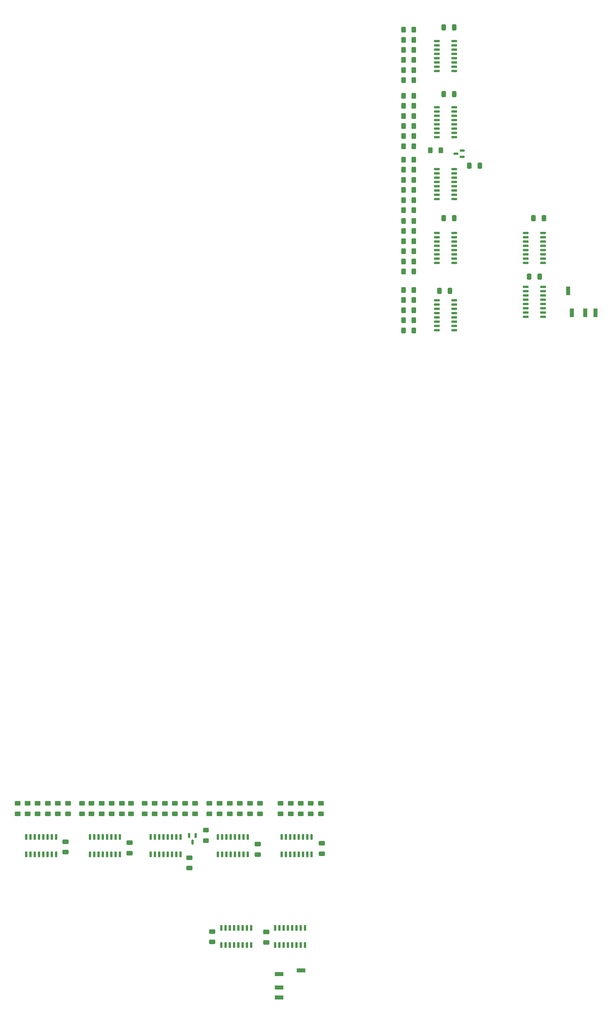
<source format=gtp>
G04 #@! TF.GenerationSoftware,KiCad,Pcbnew,(6.0.10)*
G04 #@! TF.CreationDate,2023-02-21T21:24:37+01:00*
G04 #@! TF.ProjectId,kicad,6b696361-642e-46b6-9963-61645f706362,rev?*
G04 #@! TF.SameCoordinates,Original*
G04 #@! TF.FileFunction,Paste,Top*
G04 #@! TF.FilePolarity,Positive*
%FSLAX46Y46*%
G04 Gerber Fmt 4.6, Leading zero omitted, Abs format (unit mm)*
G04 Created by KiCad (PCBNEW (6.0.10)) date 2023-02-21 21:24:37*
%MOMM*%
%LPD*%
G01*
G04 APERTURE LIST*
G04 Aperture macros list*
%AMRoundRect*
0 Rectangle with rounded corners*
0 $1 Rounding radius*
0 $2 $3 $4 $5 $6 $7 $8 $9 X,Y pos of 4 corners*
0 Add a 4 corners polygon primitive as box body*
4,1,4,$2,$3,$4,$5,$6,$7,$8,$9,$2,$3,0*
0 Add four circle primitives for the rounded corners*
1,1,$1+$1,$2,$3*
1,1,$1+$1,$4,$5*
1,1,$1+$1,$6,$7*
1,1,$1+$1,$8,$9*
0 Add four rect primitives between the rounded corners*
20,1,$1+$1,$2,$3,$4,$5,0*
20,1,$1+$1,$4,$5,$6,$7,0*
20,1,$1+$1,$6,$7,$8,$9,0*
20,1,$1+$1,$8,$9,$2,$3,0*%
G04 Aperture macros list end*
%ADD10R,2.500000X1.200000*%
%ADD11RoundRect,0.250000X-0.625000X0.400000X-0.625000X-0.400000X0.625000X-0.400000X0.625000X0.400000X0*%
%ADD12RoundRect,0.250000X-0.400000X-0.625000X0.400000X-0.625000X0.400000X0.625000X-0.400000X0.625000X0*%
%ADD13RoundRect,0.250000X0.412500X0.650000X-0.412500X0.650000X-0.412500X-0.650000X0.412500X-0.650000X0*%
%ADD14RoundRect,0.150000X-0.725000X-0.150000X0.725000X-0.150000X0.725000X0.150000X-0.725000X0.150000X0*%
%ADD15RoundRect,0.150000X0.587500X0.150000X-0.587500X0.150000X-0.587500X-0.150000X0.587500X-0.150000X0*%
%ADD16RoundRect,0.150000X0.150000X-0.725000X0.150000X0.725000X-0.150000X0.725000X-0.150000X-0.725000X0*%
%ADD17RoundRect,0.250000X-0.412500X-0.650000X0.412500X-0.650000X0.412500X0.650000X-0.412500X0.650000X0*%
%ADD18RoundRect,0.150000X-0.150000X0.725000X-0.150000X-0.725000X0.150000X-0.725000X0.150000X0.725000X0*%
%ADD19RoundRect,0.150000X-0.150000X0.587500X-0.150000X-0.587500X0.150000X-0.587500X0.150000X0.587500X0*%
%ADD20RoundRect,0.250000X-0.650000X0.412500X-0.650000X-0.412500X0.650000X-0.412500X0.650000X0.412500X0*%
%ADD21RoundRect,0.250000X0.650000X-0.412500X0.650000X0.412500X-0.650000X0.412500X-0.650000X-0.412500X0*%
%ADD22R,1.200000X2.500000*%
G04 APERTURE END LIST*
D10*
X117090000Y-318580001D03*
X117090000Y-321580001D03*
X123590000Y-313480001D03*
X117090000Y-314580001D03*
D11*
X117539999Y-263880000D03*
X117539999Y-266980000D03*
D12*
X154070000Y-65800000D03*
X157170000Y-65800000D03*
D11*
X61339999Y-263880000D03*
X61339999Y-266980000D03*
X48339999Y-263880000D03*
X48339999Y-266980000D03*
D12*
X154069999Y-97000000D03*
X157169999Y-97000000D03*
D13*
X176822500Y-74600000D03*
X173697500Y-74600000D03*
D11*
X99450000Y-263880000D03*
X99450000Y-266980000D03*
D14*
X190425000Y-94555000D03*
X190425000Y-95825000D03*
X190425000Y-97095000D03*
X190425000Y-98365000D03*
X190425000Y-99635000D03*
X190425000Y-100905000D03*
X190425000Y-102175000D03*
X190425000Y-103445000D03*
X195575000Y-103445000D03*
X195575000Y-102175000D03*
X195575000Y-100905000D03*
X195575000Y-99635000D03*
X195575000Y-98365000D03*
X195575000Y-97095000D03*
X195575000Y-95825000D03*
X195575000Y-94555000D03*
D11*
X129540000Y-263880000D03*
X129540000Y-266980000D03*
D15*
X171557500Y-71950000D03*
X171557500Y-70050000D03*
X169682500Y-71000000D03*
D12*
X154070000Y-59800000D03*
X157170000Y-59800000D03*
D11*
X111449999Y-263880000D03*
X111449999Y-266980000D03*
D16*
X115895000Y-306005000D03*
X117165000Y-306005000D03*
X118435000Y-306005000D03*
X119705000Y-306005000D03*
X120975000Y-306005000D03*
X122245000Y-306005000D03*
X123515000Y-306005000D03*
X124785000Y-306005000D03*
X124785000Y-300855000D03*
X123515000Y-300855000D03*
X122245000Y-300855000D03*
X120975000Y-300855000D03*
X119705000Y-300855000D03*
X118435000Y-300855000D03*
X117165000Y-300855000D03*
X115895000Y-300855000D03*
D11*
X126539999Y-263880000D03*
X126539999Y-266980000D03*
D14*
X164045000Y-94555000D03*
X164045000Y-95825000D03*
X164045000Y-97095000D03*
X164045000Y-98365000D03*
X164045000Y-99635000D03*
X164045000Y-100905000D03*
X164045000Y-102175000D03*
X164045000Y-103445000D03*
X169195000Y-103445000D03*
X169195000Y-102175000D03*
X169195000Y-100905000D03*
X169195000Y-99635000D03*
X169195000Y-98365000D03*
X169195000Y-97095000D03*
X169195000Y-95825000D03*
X169195000Y-94555000D03*
D12*
X154070000Y-75800000D03*
X157170000Y-75800000D03*
D11*
X120540000Y-263880000D03*
X120540000Y-266980000D03*
X77139999Y-263880000D03*
X77139999Y-266980000D03*
X70339999Y-263880000D03*
X70339999Y-266980000D03*
D17*
X166077500Y-90170000D03*
X169202500Y-90170000D03*
D12*
X154070000Y-84800000D03*
X157170000Y-84800000D03*
X154070000Y-117490000D03*
X157170000Y-117490000D03*
D14*
X164045000Y-75555000D03*
X164045000Y-76825000D03*
X164045000Y-78095000D03*
X164045000Y-79365000D03*
X164045000Y-80635000D03*
X164045000Y-81905000D03*
X164045000Y-83175000D03*
X164045000Y-84445000D03*
X169195000Y-84445000D03*
X169195000Y-83175000D03*
X169195000Y-81905000D03*
X169195000Y-80635000D03*
X169195000Y-79365000D03*
X169195000Y-78095000D03*
X169195000Y-76825000D03*
X169195000Y-75555000D03*
D11*
X102449999Y-263880000D03*
X102449999Y-266980000D03*
D18*
X87785000Y-273855000D03*
X86515000Y-273855000D03*
X85245000Y-273855000D03*
X83975000Y-273855000D03*
X82705000Y-273855000D03*
X81435000Y-273855000D03*
X80165000Y-273855000D03*
X78895000Y-273855000D03*
X78895000Y-279005000D03*
X80165000Y-279005000D03*
X81435000Y-279005000D03*
X82705000Y-279005000D03*
X83975000Y-279005000D03*
X85245000Y-279005000D03*
X86515000Y-279005000D03*
X87785000Y-279005000D03*
D19*
X92290000Y-273492500D03*
X90390000Y-273492500D03*
X91340000Y-275367500D03*
D12*
X154070000Y-94000000D03*
X157170000Y-94000000D03*
D11*
X58539999Y-263880000D03*
X58539999Y-266980000D03*
D18*
X69785000Y-273855000D03*
X68515000Y-273855000D03*
X67245000Y-273855000D03*
X65975000Y-273855000D03*
X64705000Y-273855000D03*
X63435000Y-273855000D03*
X62165000Y-273855000D03*
X60895000Y-273855000D03*
X60895000Y-279005000D03*
X62165000Y-279005000D03*
X63435000Y-279005000D03*
X64705000Y-279005000D03*
X65975000Y-279005000D03*
X67245000Y-279005000D03*
X68515000Y-279005000D03*
X69785000Y-279005000D03*
D12*
X154070000Y-49200000D03*
X157170000Y-49200000D03*
D20*
X129799999Y-275765001D03*
X129799999Y-278890001D03*
D14*
X190425000Y-110555000D03*
X190425000Y-111825000D03*
X190425000Y-113095000D03*
X190425000Y-114365000D03*
X190425000Y-115635000D03*
X190425000Y-116905000D03*
X190425000Y-118175000D03*
X190425000Y-119445000D03*
X195575000Y-119445000D03*
X195575000Y-118175000D03*
X195575000Y-116905000D03*
X195575000Y-115635000D03*
X195575000Y-114365000D03*
X195575000Y-113095000D03*
X195575000Y-111825000D03*
X195575000Y-110555000D03*
D12*
X154070000Y-78800000D03*
X157170000Y-78800000D03*
D17*
X191477500Y-107480000D03*
X194602500Y-107480000D03*
X164807500Y-111760000D03*
X167932500Y-111760000D03*
D11*
X89140000Y-263880000D03*
X89140000Y-266980000D03*
D12*
X154070000Y-123490000D03*
X157170000Y-123490000D03*
D20*
X72650000Y-275570000D03*
X72650000Y-278695000D03*
D11*
X73044999Y-263880000D03*
X73044999Y-266980000D03*
X105449999Y-263880000D03*
X105449999Y-266980000D03*
D12*
X154070000Y-62800000D03*
X157170000Y-62800000D03*
D11*
X95339999Y-271880001D03*
X95339999Y-274980001D03*
X92139999Y-263880000D03*
X92139999Y-266980000D03*
D12*
X154070000Y-34200000D03*
X157170000Y-34200000D03*
X154069999Y-87800000D03*
X157169999Y-87800000D03*
D20*
X110750000Y-275988752D03*
X110750000Y-279113752D03*
D21*
X113289999Y-305180001D03*
X113289999Y-302055001D03*
D12*
X154070000Y-100000000D03*
X157170000Y-100000000D03*
D17*
X166077500Y-33490000D03*
X169202500Y-33490000D03*
D20*
X53599999Y-275277501D03*
X53599999Y-278402501D03*
D11*
X42339999Y-263880000D03*
X42339999Y-266980000D03*
D12*
X154070000Y-72800000D03*
X157170000Y-72800000D03*
X154070000Y-120490000D03*
X157170000Y-120490000D03*
X154070000Y-81800000D03*
X157170000Y-81800000D03*
X154070000Y-111490000D03*
X157170000Y-111490000D03*
D11*
X123539999Y-263880000D03*
X123539999Y-266980000D03*
D14*
X164045000Y-37555000D03*
X164045000Y-38825000D03*
X164045000Y-40095000D03*
X164045000Y-41365000D03*
X164045000Y-42635000D03*
X164045000Y-43905000D03*
X164045000Y-45175000D03*
X164045000Y-46445000D03*
X169195000Y-46445000D03*
X169195000Y-45175000D03*
X169195000Y-43905000D03*
X169195000Y-42635000D03*
X169195000Y-41365000D03*
X169195000Y-40095000D03*
X169195000Y-38825000D03*
X169195000Y-37555000D03*
D17*
X192747500Y-90170000D03*
X195872500Y-90170000D03*
D11*
X83139999Y-263880000D03*
X83139999Y-266980000D03*
D14*
X164045000Y-57235000D03*
X164045000Y-58505000D03*
X164045000Y-59775000D03*
X164045000Y-61045000D03*
X164045000Y-62315000D03*
X164045000Y-63585000D03*
X164045000Y-64855000D03*
X164045000Y-66125000D03*
X169195000Y-66125000D03*
X169195000Y-64855000D03*
X169195000Y-63585000D03*
X169195000Y-62315000D03*
X169195000Y-61045000D03*
X169195000Y-59775000D03*
X169195000Y-58505000D03*
X169195000Y-57235000D03*
D11*
X86139999Y-263880000D03*
X86139999Y-266980000D03*
X45340000Y-263880000D03*
X45340000Y-266980000D03*
D12*
X162070000Y-70000000D03*
X165170000Y-70000000D03*
D21*
X90429999Y-283145001D03*
X90429999Y-280020001D03*
D11*
X108450000Y-263880000D03*
X108450000Y-266980000D03*
X54340000Y-263880000D03*
X54340000Y-266980000D03*
X64339999Y-263880001D03*
X64339999Y-266980001D03*
X80140000Y-263880000D03*
X80140000Y-266980000D03*
D12*
X154070000Y-91000001D03*
X157170000Y-91000001D03*
X154070000Y-46200000D03*
X157170000Y-46200000D03*
X154070000Y-114490000D03*
X157170000Y-114490000D03*
X154070000Y-56800000D03*
X157170000Y-56800000D03*
D16*
X99895000Y-306005001D03*
X101165000Y-306005001D03*
X102435000Y-306005001D03*
X103705000Y-306005001D03*
X104975000Y-306005001D03*
X106245000Y-306005001D03*
X107515000Y-306005001D03*
X108785000Y-306005001D03*
X108785000Y-300855001D03*
X107515000Y-300855001D03*
X106245000Y-300855001D03*
X104975000Y-300855001D03*
X103705000Y-300855001D03*
X102435000Y-300855001D03*
X101165000Y-300855001D03*
X99895000Y-300855001D03*
D22*
X208150000Y-118250000D03*
X211150000Y-118250000D03*
X203050000Y-111750000D03*
X204150000Y-118250000D03*
D11*
X67340000Y-263880000D03*
X67340000Y-266980000D03*
D12*
X154070000Y-40200000D03*
X157170000Y-40200000D03*
D21*
X97249999Y-305072501D03*
X97249999Y-301947501D03*
D12*
X154070000Y-37200000D03*
X157170000Y-37200000D03*
X154070000Y-103000000D03*
X157170000Y-103000000D03*
D18*
X107784999Y-273855001D03*
X106514999Y-273855001D03*
X105244999Y-273855001D03*
X103974999Y-273855001D03*
X102704999Y-273855001D03*
X101434999Y-273855001D03*
X100164999Y-273855001D03*
X98894999Y-273855001D03*
X98894999Y-279005001D03*
X100164999Y-279005001D03*
X101434999Y-279005001D03*
X102704999Y-279005001D03*
X103974999Y-279005001D03*
X105244999Y-279005001D03*
X106514999Y-279005001D03*
X107784999Y-279005001D03*
D17*
X166077500Y-53340000D03*
X169202500Y-53340000D03*
D11*
X51340000Y-263880001D03*
X51340000Y-266980001D03*
D14*
X164045000Y-114555000D03*
X164045000Y-115825000D03*
X164045000Y-117095000D03*
X164045000Y-118365000D03*
X164045000Y-119635000D03*
X164045000Y-120905000D03*
X164045000Y-122175000D03*
X164045000Y-123445000D03*
X169195000Y-123445000D03*
X169195000Y-122175000D03*
X169195000Y-120905000D03*
X169195000Y-119635000D03*
X169195000Y-118365000D03*
X169195000Y-117095000D03*
X169195000Y-115825000D03*
X169195000Y-114555000D03*
D12*
X154069999Y-106000000D03*
X157169999Y-106000000D03*
X154070000Y-43200000D03*
X157170000Y-43200000D03*
D11*
X39339999Y-263880000D03*
X39339999Y-266980000D03*
D18*
X50784999Y-273855000D03*
X49514999Y-273855000D03*
X48244999Y-273855000D03*
X46974999Y-273855000D03*
X45704999Y-273855000D03*
X44434999Y-273855000D03*
X43164999Y-273855000D03*
X41894999Y-273855000D03*
X41894999Y-279005000D03*
X43164999Y-279005000D03*
X44434999Y-279005000D03*
X45704999Y-279005000D03*
X46974999Y-279005000D03*
X48244999Y-279005000D03*
X49514999Y-279005000D03*
X50784999Y-279005000D03*
X126785000Y-273855001D03*
X125515000Y-273855001D03*
X124245000Y-273855001D03*
X122975000Y-273855001D03*
X121705000Y-273855001D03*
X120435000Y-273855001D03*
X119165000Y-273855001D03*
X117895000Y-273855001D03*
X117895000Y-279005001D03*
X119165000Y-279005001D03*
X120435000Y-279005001D03*
X121705000Y-279005001D03*
X122975000Y-279005001D03*
X124245000Y-279005001D03*
X125515000Y-279005001D03*
X126785000Y-279005001D03*
D12*
X154070000Y-53800000D03*
X157170000Y-53800000D03*
X154070000Y-68800000D03*
X157170000Y-68800000D03*
D11*
X96339999Y-263880001D03*
X96339999Y-266980001D03*
M02*

</source>
